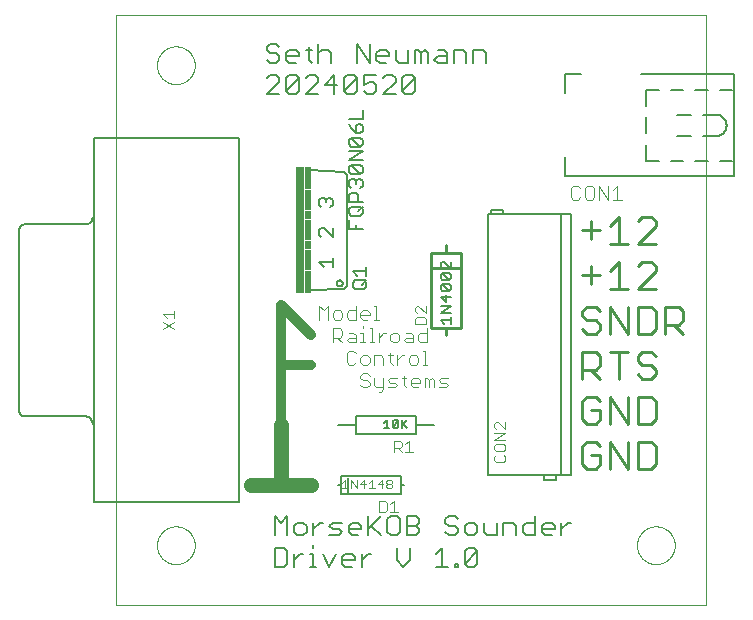
<source format=gto>
G75*
%MOIN*%
%OFA0B0*%
%FSLAX25Y25*%
%IPPOS*%
%LPD*%
%AMOC8*
5,1,8,0,0,1.08239X$1,22.5*
%
%ADD10C,0.00000*%
%ADD11C,0.00700*%
%ADD12C,0.01000*%
%ADD13C,0.00800*%
%ADD14C,0.00300*%
%ADD15C,0.00500*%
%ADD16R,0.03000X0.42000*%
%ADD17R,0.02000X0.07500*%
%ADD18R,0.02000X0.03000*%
%ADD19R,0.02000X0.07000*%
%ADD20C,0.00400*%
%ADD21C,0.05000*%
%ADD22C,0.03200*%
D10*
X0033632Y0001800D02*
X0033632Y0198650D01*
X0230483Y0198650D01*
X0230483Y0001800D01*
X0033632Y0001800D01*
X0047333Y0021800D02*
X0047335Y0021958D01*
X0047341Y0022116D01*
X0047351Y0022274D01*
X0047365Y0022432D01*
X0047383Y0022589D01*
X0047404Y0022746D01*
X0047430Y0022902D01*
X0047460Y0023058D01*
X0047493Y0023213D01*
X0047531Y0023366D01*
X0047572Y0023519D01*
X0047617Y0023671D01*
X0047666Y0023822D01*
X0047719Y0023971D01*
X0047775Y0024119D01*
X0047835Y0024265D01*
X0047899Y0024410D01*
X0047967Y0024553D01*
X0048038Y0024695D01*
X0048112Y0024835D01*
X0048190Y0024972D01*
X0048272Y0025108D01*
X0048356Y0025242D01*
X0048445Y0025373D01*
X0048536Y0025502D01*
X0048631Y0025629D01*
X0048728Y0025754D01*
X0048829Y0025876D01*
X0048933Y0025995D01*
X0049040Y0026112D01*
X0049150Y0026226D01*
X0049263Y0026337D01*
X0049378Y0026446D01*
X0049496Y0026551D01*
X0049617Y0026653D01*
X0049740Y0026753D01*
X0049866Y0026849D01*
X0049994Y0026942D01*
X0050124Y0027032D01*
X0050257Y0027118D01*
X0050392Y0027202D01*
X0050528Y0027281D01*
X0050667Y0027358D01*
X0050808Y0027430D01*
X0050950Y0027500D01*
X0051094Y0027565D01*
X0051240Y0027627D01*
X0051387Y0027685D01*
X0051536Y0027740D01*
X0051686Y0027791D01*
X0051837Y0027838D01*
X0051989Y0027881D01*
X0052142Y0027920D01*
X0052297Y0027956D01*
X0052452Y0027987D01*
X0052608Y0028015D01*
X0052764Y0028039D01*
X0052921Y0028059D01*
X0053079Y0028075D01*
X0053236Y0028087D01*
X0053395Y0028095D01*
X0053553Y0028099D01*
X0053711Y0028099D01*
X0053869Y0028095D01*
X0054028Y0028087D01*
X0054185Y0028075D01*
X0054343Y0028059D01*
X0054500Y0028039D01*
X0054656Y0028015D01*
X0054812Y0027987D01*
X0054967Y0027956D01*
X0055122Y0027920D01*
X0055275Y0027881D01*
X0055427Y0027838D01*
X0055578Y0027791D01*
X0055728Y0027740D01*
X0055877Y0027685D01*
X0056024Y0027627D01*
X0056170Y0027565D01*
X0056314Y0027500D01*
X0056456Y0027430D01*
X0056597Y0027358D01*
X0056736Y0027281D01*
X0056872Y0027202D01*
X0057007Y0027118D01*
X0057140Y0027032D01*
X0057270Y0026942D01*
X0057398Y0026849D01*
X0057524Y0026753D01*
X0057647Y0026653D01*
X0057768Y0026551D01*
X0057886Y0026446D01*
X0058001Y0026337D01*
X0058114Y0026226D01*
X0058224Y0026112D01*
X0058331Y0025995D01*
X0058435Y0025876D01*
X0058536Y0025754D01*
X0058633Y0025629D01*
X0058728Y0025502D01*
X0058819Y0025373D01*
X0058908Y0025242D01*
X0058992Y0025108D01*
X0059074Y0024972D01*
X0059152Y0024835D01*
X0059226Y0024695D01*
X0059297Y0024553D01*
X0059365Y0024410D01*
X0059429Y0024265D01*
X0059489Y0024119D01*
X0059545Y0023971D01*
X0059598Y0023822D01*
X0059647Y0023671D01*
X0059692Y0023519D01*
X0059733Y0023366D01*
X0059771Y0023213D01*
X0059804Y0023058D01*
X0059834Y0022902D01*
X0059860Y0022746D01*
X0059881Y0022589D01*
X0059899Y0022432D01*
X0059913Y0022274D01*
X0059923Y0022116D01*
X0059929Y0021958D01*
X0059931Y0021800D01*
X0059929Y0021642D01*
X0059923Y0021484D01*
X0059913Y0021326D01*
X0059899Y0021168D01*
X0059881Y0021011D01*
X0059860Y0020854D01*
X0059834Y0020698D01*
X0059804Y0020542D01*
X0059771Y0020387D01*
X0059733Y0020234D01*
X0059692Y0020081D01*
X0059647Y0019929D01*
X0059598Y0019778D01*
X0059545Y0019629D01*
X0059489Y0019481D01*
X0059429Y0019335D01*
X0059365Y0019190D01*
X0059297Y0019047D01*
X0059226Y0018905D01*
X0059152Y0018765D01*
X0059074Y0018628D01*
X0058992Y0018492D01*
X0058908Y0018358D01*
X0058819Y0018227D01*
X0058728Y0018098D01*
X0058633Y0017971D01*
X0058536Y0017846D01*
X0058435Y0017724D01*
X0058331Y0017605D01*
X0058224Y0017488D01*
X0058114Y0017374D01*
X0058001Y0017263D01*
X0057886Y0017154D01*
X0057768Y0017049D01*
X0057647Y0016947D01*
X0057524Y0016847D01*
X0057398Y0016751D01*
X0057270Y0016658D01*
X0057140Y0016568D01*
X0057007Y0016482D01*
X0056872Y0016398D01*
X0056736Y0016319D01*
X0056597Y0016242D01*
X0056456Y0016170D01*
X0056314Y0016100D01*
X0056170Y0016035D01*
X0056024Y0015973D01*
X0055877Y0015915D01*
X0055728Y0015860D01*
X0055578Y0015809D01*
X0055427Y0015762D01*
X0055275Y0015719D01*
X0055122Y0015680D01*
X0054967Y0015644D01*
X0054812Y0015613D01*
X0054656Y0015585D01*
X0054500Y0015561D01*
X0054343Y0015541D01*
X0054185Y0015525D01*
X0054028Y0015513D01*
X0053869Y0015505D01*
X0053711Y0015501D01*
X0053553Y0015501D01*
X0053395Y0015505D01*
X0053236Y0015513D01*
X0053079Y0015525D01*
X0052921Y0015541D01*
X0052764Y0015561D01*
X0052608Y0015585D01*
X0052452Y0015613D01*
X0052297Y0015644D01*
X0052142Y0015680D01*
X0051989Y0015719D01*
X0051837Y0015762D01*
X0051686Y0015809D01*
X0051536Y0015860D01*
X0051387Y0015915D01*
X0051240Y0015973D01*
X0051094Y0016035D01*
X0050950Y0016100D01*
X0050808Y0016170D01*
X0050667Y0016242D01*
X0050528Y0016319D01*
X0050392Y0016398D01*
X0050257Y0016482D01*
X0050124Y0016568D01*
X0049994Y0016658D01*
X0049866Y0016751D01*
X0049740Y0016847D01*
X0049617Y0016947D01*
X0049496Y0017049D01*
X0049378Y0017154D01*
X0049263Y0017263D01*
X0049150Y0017374D01*
X0049040Y0017488D01*
X0048933Y0017605D01*
X0048829Y0017724D01*
X0048728Y0017846D01*
X0048631Y0017971D01*
X0048536Y0018098D01*
X0048445Y0018227D01*
X0048356Y0018358D01*
X0048272Y0018492D01*
X0048190Y0018628D01*
X0048112Y0018765D01*
X0048038Y0018905D01*
X0047967Y0019047D01*
X0047899Y0019190D01*
X0047835Y0019335D01*
X0047775Y0019481D01*
X0047719Y0019629D01*
X0047666Y0019778D01*
X0047617Y0019929D01*
X0047572Y0020081D01*
X0047531Y0020234D01*
X0047493Y0020387D01*
X0047460Y0020542D01*
X0047430Y0020698D01*
X0047404Y0020854D01*
X0047383Y0021011D01*
X0047365Y0021168D01*
X0047351Y0021326D01*
X0047341Y0021484D01*
X0047335Y0021642D01*
X0047333Y0021800D01*
X0207333Y0021800D02*
X0207335Y0021958D01*
X0207341Y0022116D01*
X0207351Y0022274D01*
X0207365Y0022432D01*
X0207383Y0022589D01*
X0207404Y0022746D01*
X0207430Y0022902D01*
X0207460Y0023058D01*
X0207493Y0023213D01*
X0207531Y0023366D01*
X0207572Y0023519D01*
X0207617Y0023671D01*
X0207666Y0023822D01*
X0207719Y0023971D01*
X0207775Y0024119D01*
X0207835Y0024265D01*
X0207899Y0024410D01*
X0207967Y0024553D01*
X0208038Y0024695D01*
X0208112Y0024835D01*
X0208190Y0024972D01*
X0208272Y0025108D01*
X0208356Y0025242D01*
X0208445Y0025373D01*
X0208536Y0025502D01*
X0208631Y0025629D01*
X0208728Y0025754D01*
X0208829Y0025876D01*
X0208933Y0025995D01*
X0209040Y0026112D01*
X0209150Y0026226D01*
X0209263Y0026337D01*
X0209378Y0026446D01*
X0209496Y0026551D01*
X0209617Y0026653D01*
X0209740Y0026753D01*
X0209866Y0026849D01*
X0209994Y0026942D01*
X0210124Y0027032D01*
X0210257Y0027118D01*
X0210392Y0027202D01*
X0210528Y0027281D01*
X0210667Y0027358D01*
X0210808Y0027430D01*
X0210950Y0027500D01*
X0211094Y0027565D01*
X0211240Y0027627D01*
X0211387Y0027685D01*
X0211536Y0027740D01*
X0211686Y0027791D01*
X0211837Y0027838D01*
X0211989Y0027881D01*
X0212142Y0027920D01*
X0212297Y0027956D01*
X0212452Y0027987D01*
X0212608Y0028015D01*
X0212764Y0028039D01*
X0212921Y0028059D01*
X0213079Y0028075D01*
X0213236Y0028087D01*
X0213395Y0028095D01*
X0213553Y0028099D01*
X0213711Y0028099D01*
X0213869Y0028095D01*
X0214028Y0028087D01*
X0214185Y0028075D01*
X0214343Y0028059D01*
X0214500Y0028039D01*
X0214656Y0028015D01*
X0214812Y0027987D01*
X0214967Y0027956D01*
X0215122Y0027920D01*
X0215275Y0027881D01*
X0215427Y0027838D01*
X0215578Y0027791D01*
X0215728Y0027740D01*
X0215877Y0027685D01*
X0216024Y0027627D01*
X0216170Y0027565D01*
X0216314Y0027500D01*
X0216456Y0027430D01*
X0216597Y0027358D01*
X0216736Y0027281D01*
X0216872Y0027202D01*
X0217007Y0027118D01*
X0217140Y0027032D01*
X0217270Y0026942D01*
X0217398Y0026849D01*
X0217524Y0026753D01*
X0217647Y0026653D01*
X0217768Y0026551D01*
X0217886Y0026446D01*
X0218001Y0026337D01*
X0218114Y0026226D01*
X0218224Y0026112D01*
X0218331Y0025995D01*
X0218435Y0025876D01*
X0218536Y0025754D01*
X0218633Y0025629D01*
X0218728Y0025502D01*
X0218819Y0025373D01*
X0218908Y0025242D01*
X0218992Y0025108D01*
X0219074Y0024972D01*
X0219152Y0024835D01*
X0219226Y0024695D01*
X0219297Y0024553D01*
X0219365Y0024410D01*
X0219429Y0024265D01*
X0219489Y0024119D01*
X0219545Y0023971D01*
X0219598Y0023822D01*
X0219647Y0023671D01*
X0219692Y0023519D01*
X0219733Y0023366D01*
X0219771Y0023213D01*
X0219804Y0023058D01*
X0219834Y0022902D01*
X0219860Y0022746D01*
X0219881Y0022589D01*
X0219899Y0022432D01*
X0219913Y0022274D01*
X0219923Y0022116D01*
X0219929Y0021958D01*
X0219931Y0021800D01*
X0219929Y0021642D01*
X0219923Y0021484D01*
X0219913Y0021326D01*
X0219899Y0021168D01*
X0219881Y0021011D01*
X0219860Y0020854D01*
X0219834Y0020698D01*
X0219804Y0020542D01*
X0219771Y0020387D01*
X0219733Y0020234D01*
X0219692Y0020081D01*
X0219647Y0019929D01*
X0219598Y0019778D01*
X0219545Y0019629D01*
X0219489Y0019481D01*
X0219429Y0019335D01*
X0219365Y0019190D01*
X0219297Y0019047D01*
X0219226Y0018905D01*
X0219152Y0018765D01*
X0219074Y0018628D01*
X0218992Y0018492D01*
X0218908Y0018358D01*
X0218819Y0018227D01*
X0218728Y0018098D01*
X0218633Y0017971D01*
X0218536Y0017846D01*
X0218435Y0017724D01*
X0218331Y0017605D01*
X0218224Y0017488D01*
X0218114Y0017374D01*
X0218001Y0017263D01*
X0217886Y0017154D01*
X0217768Y0017049D01*
X0217647Y0016947D01*
X0217524Y0016847D01*
X0217398Y0016751D01*
X0217270Y0016658D01*
X0217140Y0016568D01*
X0217007Y0016482D01*
X0216872Y0016398D01*
X0216736Y0016319D01*
X0216597Y0016242D01*
X0216456Y0016170D01*
X0216314Y0016100D01*
X0216170Y0016035D01*
X0216024Y0015973D01*
X0215877Y0015915D01*
X0215728Y0015860D01*
X0215578Y0015809D01*
X0215427Y0015762D01*
X0215275Y0015719D01*
X0215122Y0015680D01*
X0214967Y0015644D01*
X0214812Y0015613D01*
X0214656Y0015585D01*
X0214500Y0015561D01*
X0214343Y0015541D01*
X0214185Y0015525D01*
X0214028Y0015513D01*
X0213869Y0015505D01*
X0213711Y0015501D01*
X0213553Y0015501D01*
X0213395Y0015505D01*
X0213236Y0015513D01*
X0213079Y0015525D01*
X0212921Y0015541D01*
X0212764Y0015561D01*
X0212608Y0015585D01*
X0212452Y0015613D01*
X0212297Y0015644D01*
X0212142Y0015680D01*
X0211989Y0015719D01*
X0211837Y0015762D01*
X0211686Y0015809D01*
X0211536Y0015860D01*
X0211387Y0015915D01*
X0211240Y0015973D01*
X0211094Y0016035D01*
X0210950Y0016100D01*
X0210808Y0016170D01*
X0210667Y0016242D01*
X0210528Y0016319D01*
X0210392Y0016398D01*
X0210257Y0016482D01*
X0210124Y0016568D01*
X0209994Y0016658D01*
X0209866Y0016751D01*
X0209740Y0016847D01*
X0209617Y0016947D01*
X0209496Y0017049D01*
X0209378Y0017154D01*
X0209263Y0017263D01*
X0209150Y0017374D01*
X0209040Y0017488D01*
X0208933Y0017605D01*
X0208829Y0017724D01*
X0208728Y0017846D01*
X0208631Y0017971D01*
X0208536Y0018098D01*
X0208445Y0018227D01*
X0208356Y0018358D01*
X0208272Y0018492D01*
X0208190Y0018628D01*
X0208112Y0018765D01*
X0208038Y0018905D01*
X0207967Y0019047D01*
X0207899Y0019190D01*
X0207835Y0019335D01*
X0207775Y0019481D01*
X0207719Y0019629D01*
X0207666Y0019778D01*
X0207617Y0019929D01*
X0207572Y0020081D01*
X0207531Y0020234D01*
X0207493Y0020387D01*
X0207460Y0020542D01*
X0207430Y0020698D01*
X0207404Y0020854D01*
X0207383Y0021011D01*
X0207365Y0021168D01*
X0207351Y0021326D01*
X0207341Y0021484D01*
X0207335Y0021642D01*
X0207333Y0021800D01*
X0047333Y0181800D02*
X0047335Y0181958D01*
X0047341Y0182116D01*
X0047351Y0182274D01*
X0047365Y0182432D01*
X0047383Y0182589D01*
X0047404Y0182746D01*
X0047430Y0182902D01*
X0047460Y0183058D01*
X0047493Y0183213D01*
X0047531Y0183366D01*
X0047572Y0183519D01*
X0047617Y0183671D01*
X0047666Y0183822D01*
X0047719Y0183971D01*
X0047775Y0184119D01*
X0047835Y0184265D01*
X0047899Y0184410D01*
X0047967Y0184553D01*
X0048038Y0184695D01*
X0048112Y0184835D01*
X0048190Y0184972D01*
X0048272Y0185108D01*
X0048356Y0185242D01*
X0048445Y0185373D01*
X0048536Y0185502D01*
X0048631Y0185629D01*
X0048728Y0185754D01*
X0048829Y0185876D01*
X0048933Y0185995D01*
X0049040Y0186112D01*
X0049150Y0186226D01*
X0049263Y0186337D01*
X0049378Y0186446D01*
X0049496Y0186551D01*
X0049617Y0186653D01*
X0049740Y0186753D01*
X0049866Y0186849D01*
X0049994Y0186942D01*
X0050124Y0187032D01*
X0050257Y0187118D01*
X0050392Y0187202D01*
X0050528Y0187281D01*
X0050667Y0187358D01*
X0050808Y0187430D01*
X0050950Y0187500D01*
X0051094Y0187565D01*
X0051240Y0187627D01*
X0051387Y0187685D01*
X0051536Y0187740D01*
X0051686Y0187791D01*
X0051837Y0187838D01*
X0051989Y0187881D01*
X0052142Y0187920D01*
X0052297Y0187956D01*
X0052452Y0187987D01*
X0052608Y0188015D01*
X0052764Y0188039D01*
X0052921Y0188059D01*
X0053079Y0188075D01*
X0053236Y0188087D01*
X0053395Y0188095D01*
X0053553Y0188099D01*
X0053711Y0188099D01*
X0053869Y0188095D01*
X0054028Y0188087D01*
X0054185Y0188075D01*
X0054343Y0188059D01*
X0054500Y0188039D01*
X0054656Y0188015D01*
X0054812Y0187987D01*
X0054967Y0187956D01*
X0055122Y0187920D01*
X0055275Y0187881D01*
X0055427Y0187838D01*
X0055578Y0187791D01*
X0055728Y0187740D01*
X0055877Y0187685D01*
X0056024Y0187627D01*
X0056170Y0187565D01*
X0056314Y0187500D01*
X0056456Y0187430D01*
X0056597Y0187358D01*
X0056736Y0187281D01*
X0056872Y0187202D01*
X0057007Y0187118D01*
X0057140Y0187032D01*
X0057270Y0186942D01*
X0057398Y0186849D01*
X0057524Y0186753D01*
X0057647Y0186653D01*
X0057768Y0186551D01*
X0057886Y0186446D01*
X0058001Y0186337D01*
X0058114Y0186226D01*
X0058224Y0186112D01*
X0058331Y0185995D01*
X0058435Y0185876D01*
X0058536Y0185754D01*
X0058633Y0185629D01*
X0058728Y0185502D01*
X0058819Y0185373D01*
X0058908Y0185242D01*
X0058992Y0185108D01*
X0059074Y0184972D01*
X0059152Y0184835D01*
X0059226Y0184695D01*
X0059297Y0184553D01*
X0059365Y0184410D01*
X0059429Y0184265D01*
X0059489Y0184119D01*
X0059545Y0183971D01*
X0059598Y0183822D01*
X0059647Y0183671D01*
X0059692Y0183519D01*
X0059733Y0183366D01*
X0059771Y0183213D01*
X0059804Y0183058D01*
X0059834Y0182902D01*
X0059860Y0182746D01*
X0059881Y0182589D01*
X0059899Y0182432D01*
X0059913Y0182274D01*
X0059923Y0182116D01*
X0059929Y0181958D01*
X0059931Y0181800D01*
X0059929Y0181642D01*
X0059923Y0181484D01*
X0059913Y0181326D01*
X0059899Y0181168D01*
X0059881Y0181011D01*
X0059860Y0180854D01*
X0059834Y0180698D01*
X0059804Y0180542D01*
X0059771Y0180387D01*
X0059733Y0180234D01*
X0059692Y0180081D01*
X0059647Y0179929D01*
X0059598Y0179778D01*
X0059545Y0179629D01*
X0059489Y0179481D01*
X0059429Y0179335D01*
X0059365Y0179190D01*
X0059297Y0179047D01*
X0059226Y0178905D01*
X0059152Y0178765D01*
X0059074Y0178628D01*
X0058992Y0178492D01*
X0058908Y0178358D01*
X0058819Y0178227D01*
X0058728Y0178098D01*
X0058633Y0177971D01*
X0058536Y0177846D01*
X0058435Y0177724D01*
X0058331Y0177605D01*
X0058224Y0177488D01*
X0058114Y0177374D01*
X0058001Y0177263D01*
X0057886Y0177154D01*
X0057768Y0177049D01*
X0057647Y0176947D01*
X0057524Y0176847D01*
X0057398Y0176751D01*
X0057270Y0176658D01*
X0057140Y0176568D01*
X0057007Y0176482D01*
X0056872Y0176398D01*
X0056736Y0176319D01*
X0056597Y0176242D01*
X0056456Y0176170D01*
X0056314Y0176100D01*
X0056170Y0176035D01*
X0056024Y0175973D01*
X0055877Y0175915D01*
X0055728Y0175860D01*
X0055578Y0175809D01*
X0055427Y0175762D01*
X0055275Y0175719D01*
X0055122Y0175680D01*
X0054967Y0175644D01*
X0054812Y0175613D01*
X0054656Y0175585D01*
X0054500Y0175561D01*
X0054343Y0175541D01*
X0054185Y0175525D01*
X0054028Y0175513D01*
X0053869Y0175505D01*
X0053711Y0175501D01*
X0053553Y0175501D01*
X0053395Y0175505D01*
X0053236Y0175513D01*
X0053079Y0175525D01*
X0052921Y0175541D01*
X0052764Y0175561D01*
X0052608Y0175585D01*
X0052452Y0175613D01*
X0052297Y0175644D01*
X0052142Y0175680D01*
X0051989Y0175719D01*
X0051837Y0175762D01*
X0051686Y0175809D01*
X0051536Y0175860D01*
X0051387Y0175915D01*
X0051240Y0175973D01*
X0051094Y0176035D01*
X0050950Y0176100D01*
X0050808Y0176170D01*
X0050667Y0176242D01*
X0050528Y0176319D01*
X0050392Y0176398D01*
X0050257Y0176482D01*
X0050124Y0176568D01*
X0049994Y0176658D01*
X0049866Y0176751D01*
X0049740Y0176847D01*
X0049617Y0176947D01*
X0049496Y0177049D01*
X0049378Y0177154D01*
X0049263Y0177263D01*
X0049150Y0177374D01*
X0049040Y0177488D01*
X0048933Y0177605D01*
X0048829Y0177724D01*
X0048728Y0177846D01*
X0048631Y0177971D01*
X0048536Y0178098D01*
X0048445Y0178227D01*
X0048356Y0178358D01*
X0048272Y0178492D01*
X0048190Y0178628D01*
X0048112Y0178765D01*
X0048038Y0178905D01*
X0047967Y0179047D01*
X0047899Y0179190D01*
X0047835Y0179335D01*
X0047775Y0179481D01*
X0047719Y0179629D01*
X0047666Y0179778D01*
X0047617Y0179929D01*
X0047572Y0180081D01*
X0047531Y0180234D01*
X0047493Y0180387D01*
X0047460Y0180542D01*
X0047430Y0180698D01*
X0047404Y0180854D01*
X0047383Y0181011D01*
X0047365Y0181168D01*
X0047351Y0181326D01*
X0047341Y0181484D01*
X0047335Y0181642D01*
X0047333Y0181800D01*
D11*
X0083982Y0183701D02*
X0085033Y0182650D01*
X0087135Y0182650D01*
X0088186Y0183701D01*
X0088186Y0184752D01*
X0087135Y0185803D01*
X0085033Y0185803D01*
X0083982Y0186854D01*
X0083982Y0187904D01*
X0085033Y0188955D01*
X0087135Y0188955D01*
X0088186Y0187904D01*
X0090428Y0185803D02*
X0091479Y0186854D01*
X0093580Y0186854D01*
X0094631Y0185803D01*
X0094631Y0184752D01*
X0090428Y0184752D01*
X0090428Y0183701D02*
X0090428Y0185803D01*
X0090428Y0183701D02*
X0091479Y0182650D01*
X0093580Y0182650D01*
X0093580Y0178455D02*
X0091479Y0178455D01*
X0090428Y0177404D01*
X0090428Y0173201D01*
X0094631Y0177404D01*
X0094631Y0173201D01*
X0093580Y0172150D01*
X0091479Y0172150D01*
X0090428Y0173201D01*
X0088186Y0172150D02*
X0083982Y0172150D01*
X0088186Y0176354D01*
X0088186Y0177404D01*
X0087135Y0178455D01*
X0085033Y0178455D01*
X0083982Y0177404D01*
X0093580Y0178455D02*
X0094631Y0177404D01*
X0096873Y0177404D02*
X0097924Y0178455D01*
X0100026Y0178455D01*
X0101077Y0177404D01*
X0101077Y0176354D01*
X0096873Y0172150D01*
X0101077Y0172150D01*
X0103319Y0175303D02*
X0107522Y0175303D01*
X0109764Y0177404D02*
X0109764Y0173201D01*
X0113968Y0177404D01*
X0113968Y0173201D01*
X0112917Y0172150D01*
X0110815Y0172150D01*
X0109764Y0173201D01*
X0106471Y0172150D02*
X0106471Y0178455D01*
X0103319Y0175303D01*
X0109764Y0177404D02*
X0110815Y0178455D01*
X0112917Y0178455D01*
X0113968Y0177404D01*
X0116210Y0178455D02*
X0116210Y0175303D01*
X0118312Y0176354D01*
X0119362Y0176354D01*
X0120413Y0175303D01*
X0120413Y0173201D01*
X0119362Y0172150D01*
X0117261Y0172150D01*
X0116210Y0173201D01*
X0122655Y0172150D02*
X0126859Y0176354D01*
X0126859Y0177404D01*
X0125808Y0178455D01*
X0123706Y0178455D01*
X0122655Y0177404D01*
X0120413Y0178455D02*
X0116210Y0178455D01*
X0118265Y0182650D02*
X0118265Y0188955D01*
X0120507Y0185803D02*
X0121558Y0186854D01*
X0123659Y0186854D01*
X0124710Y0185803D01*
X0124710Y0184752D01*
X0120507Y0184752D01*
X0120507Y0183701D02*
X0120507Y0185803D01*
X0120507Y0183701D02*
X0121558Y0182650D01*
X0123659Y0182650D01*
X0126952Y0183701D02*
X0128003Y0182650D01*
X0131156Y0182650D01*
X0131156Y0186854D01*
X0133398Y0186854D02*
X0134449Y0186854D01*
X0135500Y0185803D01*
X0136550Y0186854D01*
X0137601Y0185803D01*
X0137601Y0182650D01*
X0135500Y0182650D02*
X0135500Y0185803D01*
X0133398Y0186854D02*
X0133398Y0182650D01*
X0132253Y0178455D02*
X0133304Y0177404D01*
X0129101Y0173201D01*
X0130152Y0172150D01*
X0132253Y0172150D01*
X0133304Y0173201D01*
X0133304Y0177404D01*
X0132253Y0178455D02*
X0130152Y0178455D01*
X0129101Y0177404D01*
X0129101Y0173201D01*
X0126859Y0172150D02*
X0122655Y0172150D01*
X0118265Y0182650D02*
X0114061Y0188955D01*
X0114061Y0182650D01*
X0105374Y0182650D02*
X0105374Y0185803D01*
X0104323Y0186854D01*
X0102221Y0186854D01*
X0101170Y0185803D01*
X0098975Y0186854D02*
X0096873Y0186854D01*
X0097924Y0187904D02*
X0097924Y0183701D01*
X0098975Y0182650D01*
X0101170Y0182650D02*
X0101170Y0188955D01*
X0126952Y0186854D02*
X0126952Y0183701D01*
X0139843Y0183701D02*
X0140894Y0182650D01*
X0144047Y0182650D01*
X0144047Y0185803D01*
X0142996Y0186854D01*
X0140894Y0186854D01*
X0140894Y0184752D02*
X0144047Y0184752D01*
X0146289Y0182650D02*
X0146289Y0186854D01*
X0149441Y0186854D01*
X0150492Y0185803D01*
X0150492Y0182650D01*
X0152734Y0182650D02*
X0152734Y0186854D01*
X0155887Y0186854D01*
X0156938Y0185803D01*
X0156938Y0182650D01*
X0140894Y0184752D02*
X0139843Y0183701D01*
X0144543Y0031455D02*
X0143492Y0030404D01*
X0143492Y0029354D01*
X0144543Y0028303D01*
X0146645Y0028303D01*
X0147696Y0027252D01*
X0147696Y0026201D01*
X0146645Y0025150D01*
X0144543Y0025150D01*
X0143492Y0026201D01*
X0144543Y0031455D02*
X0146645Y0031455D01*
X0147696Y0030404D01*
X0149938Y0028303D02*
X0149938Y0026201D01*
X0150989Y0025150D01*
X0153091Y0025150D01*
X0154141Y0026201D01*
X0154141Y0028303D01*
X0153091Y0029354D01*
X0150989Y0029354D01*
X0149938Y0028303D01*
X0156383Y0029354D02*
X0156383Y0026201D01*
X0157434Y0025150D01*
X0160587Y0025150D01*
X0160587Y0029354D01*
X0162829Y0029354D02*
X0165982Y0029354D01*
X0167032Y0028303D01*
X0167032Y0025150D01*
X0169274Y0026201D02*
X0169274Y0028303D01*
X0170325Y0029354D01*
X0173478Y0029354D01*
X0173478Y0031455D02*
X0173478Y0025150D01*
X0170325Y0025150D01*
X0169274Y0026201D01*
X0175720Y0026201D02*
X0175720Y0028303D01*
X0176771Y0029354D01*
X0178873Y0029354D01*
X0179923Y0028303D01*
X0179923Y0027252D01*
X0175720Y0027252D01*
X0175720Y0026201D02*
X0176771Y0025150D01*
X0178873Y0025150D01*
X0182165Y0025150D02*
X0182165Y0029354D01*
X0182165Y0027252D02*
X0184267Y0029354D01*
X0185318Y0029354D01*
X0162829Y0029354D02*
X0162829Y0025150D01*
X0154141Y0019904D02*
X0149938Y0015701D01*
X0150989Y0014650D01*
X0153091Y0014650D01*
X0154141Y0015701D01*
X0154141Y0019904D01*
X0153091Y0020955D01*
X0150989Y0020955D01*
X0149938Y0019904D01*
X0149938Y0015701D01*
X0147766Y0015701D02*
X0147766Y0014650D01*
X0146715Y0014650D01*
X0146715Y0015701D01*
X0147766Y0015701D01*
X0144473Y0014650D02*
X0140270Y0014650D01*
X0142371Y0014650D02*
X0142371Y0020955D01*
X0140270Y0018854D01*
X0133754Y0025150D02*
X0130601Y0025150D01*
X0130601Y0031455D01*
X0133754Y0031455D01*
X0134805Y0030404D01*
X0134805Y0029354D01*
X0133754Y0028303D01*
X0130601Y0028303D01*
X0128359Y0030404D02*
X0128359Y0026201D01*
X0127309Y0025150D01*
X0125207Y0025150D01*
X0124156Y0026201D01*
X0124156Y0030404D01*
X0125207Y0031455D01*
X0127309Y0031455D01*
X0128359Y0030404D01*
X0133754Y0028303D02*
X0134805Y0027252D01*
X0134805Y0026201D01*
X0133754Y0025150D01*
X0131582Y0020955D02*
X0131582Y0016752D01*
X0129480Y0014650D01*
X0127379Y0016752D01*
X0127379Y0020955D01*
X0121914Y0025150D02*
X0118761Y0028303D01*
X0117710Y0027252D02*
X0121914Y0031455D01*
X0117710Y0031455D02*
X0117710Y0025150D01*
X0115468Y0027252D02*
X0111265Y0027252D01*
X0111265Y0026201D02*
X0111265Y0028303D01*
X0112316Y0029354D01*
X0114418Y0029354D01*
X0115468Y0028303D01*
X0115468Y0027252D01*
X0114418Y0025150D02*
X0112316Y0025150D01*
X0111265Y0026201D01*
X0109023Y0026201D02*
X0107972Y0027252D01*
X0105870Y0027252D01*
X0104819Y0028303D01*
X0105870Y0029354D01*
X0109023Y0029354D01*
X0109023Y0026201D02*
X0107972Y0025150D01*
X0104819Y0025150D01*
X0102601Y0029354D02*
X0101550Y0029354D01*
X0099448Y0027252D01*
X0099448Y0025150D02*
X0099448Y0029354D01*
X0097206Y0028303D02*
X0097206Y0026201D01*
X0096155Y0025150D01*
X0094054Y0025150D01*
X0093003Y0026201D01*
X0093003Y0028303D01*
X0094054Y0029354D01*
X0096155Y0029354D01*
X0097206Y0028303D01*
X0099425Y0022006D02*
X0099425Y0020955D01*
X0099425Y0018854D02*
X0098374Y0018854D01*
X0099425Y0018854D02*
X0099425Y0014650D01*
X0098374Y0014650D02*
X0100476Y0014650D01*
X0104773Y0014650D02*
X0102671Y0018854D01*
X0106874Y0018854D02*
X0104773Y0014650D01*
X0109116Y0015701D02*
X0109116Y0017803D01*
X0110167Y0018854D01*
X0112269Y0018854D01*
X0113320Y0017803D01*
X0113320Y0016752D01*
X0109116Y0016752D01*
X0109116Y0015701D02*
X0110167Y0014650D01*
X0112269Y0014650D01*
X0115562Y0014650D02*
X0115562Y0018854D01*
X0115562Y0016752D02*
X0117664Y0018854D01*
X0118715Y0018854D01*
X0096155Y0018854D02*
X0095104Y0018854D01*
X0093003Y0016752D01*
X0093003Y0014650D02*
X0093003Y0018854D01*
X0090761Y0019904D02*
X0089710Y0020955D01*
X0086557Y0020955D01*
X0086557Y0014650D01*
X0089710Y0014650D01*
X0090761Y0015701D01*
X0090761Y0019904D01*
X0090761Y0025150D02*
X0090761Y0031455D01*
X0088659Y0029354D01*
X0086557Y0031455D01*
X0086557Y0025150D01*
D12*
X0143632Y0091800D02*
X0143632Y0094300D01*
X0148632Y0094300D01*
X0148632Y0114300D01*
X0138632Y0114300D01*
X0138632Y0094300D01*
X0143632Y0094300D01*
X0138632Y0114300D02*
X0138632Y0119300D01*
X0143632Y0119300D01*
X0143632Y0121800D01*
X0143632Y0119300D02*
X0148632Y0119300D01*
X0148632Y0114300D01*
X0189132Y0111804D02*
X0195137Y0111804D01*
X0192135Y0114806D02*
X0192135Y0108801D01*
X0198340Y0107300D02*
X0204345Y0107300D01*
X0201343Y0107300D02*
X0201343Y0116308D01*
X0198340Y0113305D01*
X0207548Y0114806D02*
X0209049Y0116308D01*
X0212052Y0116308D01*
X0213553Y0114806D01*
X0213553Y0113305D01*
X0207548Y0107300D01*
X0213553Y0107300D01*
X0212052Y0101308D02*
X0207548Y0101308D01*
X0207548Y0092300D01*
X0212052Y0092300D01*
X0213553Y0093801D01*
X0213553Y0099806D01*
X0212052Y0101308D01*
X0216756Y0101308D02*
X0221260Y0101308D01*
X0222761Y0099806D01*
X0222761Y0096804D01*
X0221260Y0095303D01*
X0216756Y0095303D01*
X0216756Y0092300D02*
X0216756Y0101308D01*
X0219758Y0095303D02*
X0222761Y0092300D01*
X0213553Y0084806D02*
X0212052Y0086308D01*
X0209049Y0086308D01*
X0207548Y0084806D01*
X0207548Y0083305D01*
X0209049Y0081804D01*
X0212052Y0081804D01*
X0213553Y0080303D01*
X0213553Y0078801D01*
X0212052Y0077300D01*
X0209049Y0077300D01*
X0207548Y0078801D01*
X0201343Y0077300D02*
X0201343Y0086308D01*
X0204345Y0086308D02*
X0198340Y0086308D01*
X0195137Y0084806D02*
X0195137Y0081804D01*
X0193636Y0080303D01*
X0189132Y0080303D01*
X0192135Y0080303D02*
X0195137Y0077300D01*
X0189132Y0077300D02*
X0189132Y0086308D01*
X0193636Y0086308D01*
X0195137Y0084806D01*
X0193636Y0092300D02*
X0190634Y0092300D01*
X0189132Y0093801D01*
X0190634Y0096804D02*
X0193636Y0096804D01*
X0195137Y0095303D01*
X0195137Y0093801D01*
X0193636Y0092300D01*
X0198340Y0092300D02*
X0198340Y0101308D01*
X0204345Y0092300D01*
X0204345Y0101308D01*
X0195137Y0099806D02*
X0193636Y0101308D01*
X0190634Y0101308D01*
X0189132Y0099806D01*
X0189132Y0098305D01*
X0190634Y0096804D01*
X0190634Y0071308D02*
X0189132Y0069806D01*
X0189132Y0063801D01*
X0190634Y0062300D01*
X0193636Y0062300D01*
X0195137Y0063801D01*
X0195137Y0066804D01*
X0192135Y0066804D01*
X0195137Y0069806D02*
X0193636Y0071308D01*
X0190634Y0071308D01*
X0198340Y0071308D02*
X0204345Y0062300D01*
X0204345Y0071308D01*
X0207548Y0071308D02*
X0212052Y0071308D01*
X0213553Y0069806D01*
X0213553Y0063801D01*
X0212052Y0062300D01*
X0207548Y0062300D01*
X0207548Y0071308D01*
X0198340Y0071308D02*
X0198340Y0062300D01*
X0198340Y0056308D02*
X0204345Y0047300D01*
X0204345Y0056308D01*
X0207548Y0056308D02*
X0212052Y0056308D01*
X0213553Y0054806D01*
X0213553Y0048801D01*
X0212052Y0047300D01*
X0207548Y0047300D01*
X0207548Y0056308D01*
X0198340Y0056308D02*
X0198340Y0047300D01*
X0195137Y0048801D02*
X0195137Y0051804D01*
X0192135Y0051804D01*
X0189132Y0054806D02*
X0189132Y0048801D01*
X0190634Y0047300D01*
X0193636Y0047300D01*
X0195137Y0048801D01*
X0195137Y0054806D02*
X0193636Y0056308D01*
X0190634Y0056308D01*
X0189132Y0054806D01*
X0198340Y0122300D02*
X0204345Y0122300D01*
X0201343Y0122300D02*
X0201343Y0131308D01*
X0198340Y0128305D01*
X0195137Y0126804D02*
X0189132Y0126804D01*
X0192135Y0129806D02*
X0192135Y0123801D01*
X0207548Y0122300D02*
X0213553Y0128305D01*
X0213553Y0129806D01*
X0212052Y0131308D01*
X0209049Y0131308D01*
X0207548Y0129806D01*
X0207548Y0122300D02*
X0213553Y0122300D01*
D13*
X0239577Y0144871D02*
X0239577Y0178729D01*
X0208632Y0178729D01*
X0210443Y0173611D02*
X0210443Y0168362D01*
X0210443Y0164425D02*
X0210443Y0159175D01*
X0210443Y0155238D02*
X0210443Y0149989D01*
X0214651Y0149989D01*
X0218588Y0149989D02*
X0222796Y0149989D01*
X0226733Y0149989D02*
X0230940Y0149989D01*
X0234877Y0149989D02*
X0239085Y0149989D01*
X0239577Y0144871D02*
X0183278Y0144871D01*
X0183278Y0151170D01*
X0182156Y0132095D02*
X0182156Y0045245D01*
X0157746Y0045245D01*
X0157746Y0132095D01*
X0182156Y0132095D01*
X0185306Y0132095D01*
X0185306Y0045245D01*
X0182156Y0045245D01*
X0180384Y0045245D02*
X0180384Y0043670D01*
X0176447Y0043670D01*
X0176447Y0045245D01*
X0139632Y0061800D02*
X0133632Y0061800D01*
X0133632Y0058800D01*
X0113632Y0058800D01*
X0113632Y0061800D01*
X0107632Y0061800D01*
X0113632Y0061800D02*
X0113632Y0064800D01*
X0133632Y0064800D01*
X0133632Y0061800D01*
X0128632Y0044800D02*
X0128632Y0041800D01*
X0129632Y0041800D01*
X0128632Y0041800D02*
X0128632Y0038800D01*
X0108632Y0038800D01*
X0108632Y0041800D01*
X0107632Y0041800D01*
X0108632Y0041800D02*
X0108632Y0044800D01*
X0128632Y0044800D01*
X0111132Y0044300D02*
X0111132Y0039300D01*
X0074656Y0036170D02*
X0074656Y0157430D01*
X0053632Y0157430D01*
X0026231Y0157430D01*
X0026231Y0036170D01*
X0053622Y0036170D01*
X0053632Y0036170D02*
X0074656Y0036170D01*
X0025900Y0062300D02*
X0025898Y0062398D01*
X0025892Y0062496D01*
X0025883Y0062594D01*
X0025869Y0062691D01*
X0025852Y0062788D01*
X0025831Y0062884D01*
X0025806Y0062979D01*
X0025778Y0063073D01*
X0025745Y0063165D01*
X0025710Y0063257D01*
X0025670Y0063347D01*
X0025628Y0063435D01*
X0025581Y0063522D01*
X0025532Y0063606D01*
X0025479Y0063689D01*
X0025423Y0063769D01*
X0025363Y0063848D01*
X0025301Y0063924D01*
X0025236Y0063997D01*
X0025168Y0064068D01*
X0025097Y0064136D01*
X0025024Y0064201D01*
X0024948Y0064263D01*
X0024869Y0064323D01*
X0024789Y0064379D01*
X0024706Y0064432D01*
X0024622Y0064481D01*
X0024535Y0064528D01*
X0024447Y0064570D01*
X0024357Y0064610D01*
X0024265Y0064645D01*
X0024173Y0064678D01*
X0024079Y0064706D01*
X0023984Y0064731D01*
X0023888Y0064752D01*
X0023791Y0064769D01*
X0023694Y0064783D01*
X0023596Y0064792D01*
X0023498Y0064798D01*
X0023400Y0064800D01*
X0003400Y0064800D01*
X0003313Y0064802D01*
X0003226Y0064808D01*
X0003139Y0064817D01*
X0003053Y0064830D01*
X0002967Y0064847D01*
X0002882Y0064868D01*
X0002799Y0064893D01*
X0002716Y0064921D01*
X0002635Y0064952D01*
X0002555Y0064987D01*
X0002477Y0065026D01*
X0002400Y0065068D01*
X0002325Y0065113D01*
X0002253Y0065162D01*
X0002182Y0065213D01*
X0002114Y0065268D01*
X0002049Y0065325D01*
X0001986Y0065386D01*
X0001925Y0065449D01*
X0001868Y0065514D01*
X0001813Y0065582D01*
X0001762Y0065653D01*
X0001713Y0065725D01*
X0001668Y0065800D01*
X0001626Y0065877D01*
X0001587Y0065955D01*
X0001552Y0066035D01*
X0001521Y0066116D01*
X0001493Y0066199D01*
X0001468Y0066282D01*
X0001447Y0066367D01*
X0001430Y0066453D01*
X0001417Y0066539D01*
X0001408Y0066626D01*
X0001402Y0066713D01*
X0001400Y0066800D01*
X0001400Y0126800D01*
X0001402Y0126887D01*
X0001408Y0126974D01*
X0001417Y0127061D01*
X0001430Y0127147D01*
X0001447Y0127233D01*
X0001468Y0127318D01*
X0001493Y0127401D01*
X0001521Y0127484D01*
X0001552Y0127565D01*
X0001587Y0127645D01*
X0001626Y0127723D01*
X0001668Y0127800D01*
X0001713Y0127875D01*
X0001762Y0127947D01*
X0001813Y0128018D01*
X0001868Y0128086D01*
X0001925Y0128151D01*
X0001986Y0128214D01*
X0002049Y0128275D01*
X0002114Y0128332D01*
X0002182Y0128387D01*
X0002253Y0128438D01*
X0002325Y0128487D01*
X0002400Y0128532D01*
X0002477Y0128574D01*
X0002555Y0128613D01*
X0002635Y0128648D01*
X0002716Y0128679D01*
X0002799Y0128707D01*
X0002882Y0128732D01*
X0002967Y0128753D01*
X0003053Y0128770D01*
X0003139Y0128783D01*
X0003226Y0128792D01*
X0003313Y0128798D01*
X0003400Y0128800D01*
X0023400Y0128800D01*
X0023498Y0128802D01*
X0023596Y0128808D01*
X0023694Y0128817D01*
X0023791Y0128831D01*
X0023888Y0128848D01*
X0023984Y0128869D01*
X0024079Y0128894D01*
X0024173Y0128922D01*
X0024265Y0128955D01*
X0024357Y0128990D01*
X0024447Y0129030D01*
X0024535Y0129072D01*
X0024622Y0129119D01*
X0024706Y0129168D01*
X0024789Y0129221D01*
X0024869Y0129277D01*
X0024948Y0129337D01*
X0025024Y0129399D01*
X0025097Y0129464D01*
X0025168Y0129532D01*
X0025236Y0129603D01*
X0025301Y0129676D01*
X0025363Y0129752D01*
X0025423Y0129831D01*
X0025479Y0129911D01*
X0025532Y0129994D01*
X0025581Y0130078D01*
X0025628Y0130165D01*
X0025670Y0130253D01*
X0025710Y0130343D01*
X0025745Y0130435D01*
X0025778Y0130527D01*
X0025806Y0130621D01*
X0025831Y0130716D01*
X0025852Y0130812D01*
X0025869Y0130909D01*
X0025883Y0131006D01*
X0025892Y0131104D01*
X0025898Y0131202D01*
X0025900Y0131300D01*
X0158731Y0132095D02*
X0158731Y0133670D01*
X0162668Y0133670D01*
X0162668Y0132095D01*
X0183278Y0172430D02*
X0183278Y0178729D01*
X0188632Y0178729D01*
X0210443Y0173611D02*
X0214676Y0173611D01*
X0218613Y0173611D02*
X0222845Y0173611D01*
X0226782Y0173611D02*
X0231014Y0173611D01*
X0234951Y0173611D02*
X0239183Y0173611D01*
X0234065Y0165343D02*
X0229317Y0165343D01*
X0234065Y0165344D02*
X0234183Y0165328D01*
X0234301Y0165308D01*
X0234418Y0165284D01*
X0234533Y0165256D01*
X0234648Y0165225D01*
X0234762Y0165190D01*
X0234875Y0165150D01*
X0234986Y0165108D01*
X0235096Y0165061D01*
X0235204Y0165011D01*
X0235311Y0164957D01*
X0235415Y0164900D01*
X0235518Y0164839D01*
X0235618Y0164775D01*
X0235716Y0164707D01*
X0235812Y0164637D01*
X0235906Y0164563D01*
X0235997Y0164486D01*
X0236085Y0164406D01*
X0236171Y0164323D01*
X0236254Y0164237D01*
X0236334Y0164149D01*
X0236411Y0164058D01*
X0236485Y0163964D01*
X0236556Y0163868D01*
X0236623Y0163770D01*
X0236687Y0163669D01*
X0236748Y0163567D01*
X0236805Y0163462D01*
X0236859Y0163356D01*
X0236909Y0163247D01*
X0236956Y0163138D01*
X0236999Y0163026D01*
X0237038Y0162914D01*
X0237073Y0162800D01*
X0237105Y0162685D01*
X0237132Y0162569D01*
X0237156Y0162452D01*
X0237176Y0162335D01*
X0237192Y0162216D01*
X0237204Y0162098D01*
X0237212Y0161979D01*
X0237216Y0161860D01*
X0237216Y0161740D01*
X0237212Y0161621D01*
X0237204Y0161502D01*
X0237192Y0161384D01*
X0237176Y0161265D01*
X0237156Y0161148D01*
X0237132Y0161031D01*
X0237105Y0160915D01*
X0237073Y0160800D01*
X0237038Y0160686D01*
X0236999Y0160574D01*
X0236956Y0160462D01*
X0236909Y0160353D01*
X0236859Y0160244D01*
X0236805Y0160138D01*
X0236748Y0160033D01*
X0236687Y0159931D01*
X0236623Y0159830D01*
X0236556Y0159732D01*
X0236485Y0159636D01*
X0236411Y0159542D01*
X0236334Y0159451D01*
X0236254Y0159363D01*
X0236171Y0159277D01*
X0236085Y0159194D01*
X0235997Y0159114D01*
X0235906Y0159037D01*
X0235812Y0158963D01*
X0235716Y0158893D01*
X0235618Y0158825D01*
X0235518Y0158761D01*
X0235415Y0158700D01*
X0235311Y0158643D01*
X0235204Y0158589D01*
X0235096Y0158539D01*
X0234986Y0158492D01*
X0234875Y0158450D01*
X0234762Y0158410D01*
X0234648Y0158375D01*
X0234533Y0158344D01*
X0234418Y0158316D01*
X0234301Y0158292D01*
X0234183Y0158272D01*
X0234065Y0158256D01*
X0234065Y0158257D02*
X0229317Y0158257D01*
X0225380Y0158257D02*
X0220632Y0158257D01*
X0220632Y0165343D02*
X0225380Y0165343D01*
D14*
X0136982Y0101602D02*
X0136982Y0099133D01*
X0134514Y0101602D01*
X0133896Y0101602D01*
X0133279Y0100985D01*
X0133279Y0099750D01*
X0133896Y0099133D01*
X0133896Y0097919D02*
X0133279Y0097302D01*
X0133279Y0095450D01*
X0136982Y0095450D01*
X0136982Y0097302D01*
X0136365Y0097919D01*
X0133896Y0097919D01*
X0160396Y0062968D02*
X0159779Y0062351D01*
X0159779Y0061117D01*
X0160396Y0060499D01*
X0159779Y0059285D02*
X0163482Y0059285D01*
X0159779Y0056816D01*
X0163482Y0056816D01*
X0162865Y0055602D02*
X0160396Y0055602D01*
X0159779Y0054985D01*
X0159779Y0053750D01*
X0160396Y0053133D01*
X0162865Y0053133D01*
X0163482Y0053750D01*
X0163482Y0054985D01*
X0162865Y0055602D01*
X0162865Y0051919D02*
X0163482Y0051302D01*
X0163482Y0050067D01*
X0162865Y0049450D01*
X0160396Y0049450D01*
X0159779Y0050067D01*
X0159779Y0051302D01*
X0160396Y0051919D01*
X0163482Y0060499D02*
X0161014Y0062968D01*
X0160396Y0062968D01*
X0163482Y0062968D02*
X0163482Y0060499D01*
X0132568Y0052950D02*
X0130099Y0052950D01*
X0128885Y0052950D02*
X0127650Y0054184D01*
X0128268Y0054184D02*
X0126416Y0054184D01*
X0126416Y0052950D02*
X0126416Y0056653D01*
X0128268Y0056653D01*
X0128885Y0056036D01*
X0128885Y0054802D01*
X0128268Y0054184D01*
X0130099Y0055419D02*
X0131334Y0056653D01*
X0131334Y0052950D01*
X0125287Y0043652D02*
X0125771Y0043169D01*
X0125771Y0042685D01*
X0125287Y0042201D01*
X0124320Y0042201D01*
X0123836Y0042685D01*
X0123836Y0043169D01*
X0124320Y0043652D01*
X0125287Y0043652D01*
X0125287Y0042201D02*
X0125771Y0041717D01*
X0125771Y0041234D01*
X0125287Y0040750D01*
X0124320Y0040750D01*
X0123836Y0041234D01*
X0123836Y0041717D01*
X0124320Y0042201D01*
X0122824Y0042201D02*
X0120889Y0042201D01*
X0122340Y0043652D01*
X0122340Y0040750D01*
X0119878Y0040750D02*
X0117943Y0040750D01*
X0118910Y0040750D02*
X0118910Y0043652D01*
X0117943Y0042685D01*
X0116931Y0042201D02*
X0114996Y0042201D01*
X0116447Y0043652D01*
X0116447Y0040750D01*
X0113985Y0040750D02*
X0113985Y0043652D01*
X0112050Y0043652D02*
X0112050Y0040750D01*
X0111038Y0040750D02*
X0109103Y0040750D01*
X0110071Y0040750D02*
X0110071Y0043652D01*
X0109103Y0042685D01*
X0112050Y0043652D02*
X0113985Y0040750D01*
X0121416Y0036653D02*
X0123268Y0036653D01*
X0123885Y0036036D01*
X0123885Y0033567D01*
X0123268Y0032950D01*
X0121416Y0032950D01*
X0121416Y0036653D01*
X0125099Y0035419D02*
X0126334Y0036653D01*
X0126334Y0032950D01*
X0127568Y0032950D02*
X0125099Y0032950D01*
D15*
X0124844Y0060850D02*
X0123043Y0060850D01*
X0123943Y0060850D02*
X0123943Y0063552D01*
X0123043Y0062652D01*
X0125989Y0063102D02*
X0125989Y0061300D01*
X0127791Y0063102D01*
X0127791Y0061300D01*
X0127340Y0060850D01*
X0126440Y0060850D01*
X0125989Y0061300D01*
X0125989Y0063102D02*
X0126440Y0063552D01*
X0127340Y0063552D01*
X0127791Y0063102D01*
X0128936Y0063552D02*
X0128936Y0060850D01*
X0128936Y0061751D02*
X0130737Y0063552D01*
X0129386Y0062201D02*
X0130737Y0060850D01*
X0143047Y0095550D02*
X0141879Y0096718D01*
X0145382Y0096718D01*
X0145382Y0097885D02*
X0145382Y0095550D01*
X0145382Y0099233D02*
X0141879Y0099233D01*
X0145382Y0101568D01*
X0141879Y0101568D01*
X0143631Y0102916D02*
X0143631Y0105252D01*
X0144798Y0106599D02*
X0142463Y0106599D01*
X0141879Y0107183D01*
X0141879Y0108351D01*
X0142463Y0108935D01*
X0144798Y0106599D01*
X0145382Y0107183D01*
X0145382Y0108351D01*
X0144798Y0108935D01*
X0142463Y0108935D01*
X0142463Y0110283D02*
X0141879Y0110866D01*
X0141879Y0112034D01*
X0142463Y0112618D01*
X0144798Y0110283D01*
X0145382Y0110866D01*
X0145382Y0112034D01*
X0144798Y0112618D01*
X0142463Y0112618D01*
X0142463Y0113966D02*
X0141879Y0114550D01*
X0141879Y0115717D01*
X0142463Y0116301D01*
X0143047Y0116301D01*
X0145382Y0113966D01*
X0145382Y0116301D01*
X0144798Y0110283D02*
X0142463Y0110283D01*
X0141879Y0104668D02*
X0143631Y0102916D01*
X0145382Y0104668D02*
X0141879Y0104668D01*
X0117182Y0107801D02*
X0116432Y0107050D01*
X0113429Y0107050D01*
X0112678Y0107801D01*
X0112678Y0109302D01*
X0113429Y0110053D01*
X0116432Y0110053D01*
X0117182Y0109302D01*
X0117182Y0107801D01*
X0115681Y0108551D02*
X0117182Y0110053D01*
X0117182Y0111654D02*
X0117182Y0114656D01*
X0117182Y0113155D02*
X0112678Y0113155D01*
X0114180Y0111654D01*
X0110632Y0108300D02*
X0109632Y0107300D01*
X0098132Y0106800D01*
X0102880Y0114550D02*
X0101378Y0116051D01*
X0105882Y0116051D01*
X0105882Y0114550D02*
X0105882Y0117553D01*
X0105882Y0124550D02*
X0102880Y0127553D01*
X0102129Y0127553D01*
X0101378Y0126802D01*
X0101378Y0125301D01*
X0102129Y0124550D01*
X0105882Y0124550D02*
X0105882Y0127553D01*
X0111378Y0127050D02*
X0111378Y0130053D01*
X0112129Y0131654D02*
X0111378Y0132405D01*
X0111378Y0133906D01*
X0112129Y0134656D01*
X0115132Y0134656D01*
X0115882Y0133906D01*
X0115882Y0132405D01*
X0115132Y0131654D01*
X0112129Y0131654D01*
X0114381Y0133155D02*
X0115882Y0134656D01*
X0115882Y0136258D02*
X0111378Y0136258D01*
X0111378Y0138510D01*
X0112129Y0139260D01*
X0113630Y0139260D01*
X0114381Y0138510D01*
X0114381Y0136258D01*
X0115132Y0140862D02*
X0115882Y0141612D01*
X0115882Y0143114D01*
X0115132Y0143864D01*
X0114381Y0143864D01*
X0113630Y0143114D01*
X0113630Y0142363D01*
X0113630Y0143114D02*
X0112880Y0143864D01*
X0112129Y0143864D01*
X0111378Y0143114D01*
X0111378Y0141612D01*
X0112129Y0140862D01*
X0112129Y0145466D02*
X0111378Y0146216D01*
X0111378Y0147718D01*
X0112129Y0148468D01*
X0115132Y0145466D01*
X0115882Y0146216D01*
X0115882Y0147718D01*
X0115132Y0148468D01*
X0112129Y0148468D01*
X0111378Y0150070D02*
X0115882Y0153072D01*
X0111378Y0153072D01*
X0112129Y0154674D02*
X0111378Y0155424D01*
X0111378Y0156925D01*
X0112129Y0157676D01*
X0115132Y0154674D01*
X0115882Y0155424D01*
X0115882Y0156925D01*
X0115132Y0157676D01*
X0112129Y0157676D01*
X0113630Y0159277D02*
X0113630Y0161529D01*
X0114381Y0162280D01*
X0115132Y0162280D01*
X0115882Y0161529D01*
X0115882Y0160028D01*
X0115132Y0159277D01*
X0113630Y0159277D01*
X0112129Y0160779D01*
X0111378Y0162280D01*
X0111378Y0163881D02*
X0115882Y0163881D01*
X0115882Y0166884D01*
X0115132Y0154674D02*
X0112129Y0154674D01*
X0111378Y0150070D02*
X0115882Y0150070D01*
X0115132Y0145466D02*
X0112129Y0145466D01*
X0110632Y0145300D02*
X0109632Y0146300D01*
X0098132Y0146800D01*
X0102129Y0137553D02*
X0102880Y0137553D01*
X0103630Y0136802D01*
X0104381Y0137553D01*
X0105132Y0137553D01*
X0105882Y0136802D01*
X0105882Y0135301D01*
X0105132Y0134550D01*
X0103630Y0136051D02*
X0103630Y0136802D01*
X0102129Y0137553D02*
X0101378Y0136802D01*
X0101378Y0135301D01*
X0102129Y0134550D01*
X0111378Y0127050D02*
X0115882Y0127050D01*
X0113630Y0127050D02*
X0113630Y0128551D01*
X0110632Y0145300D02*
X0110632Y0108300D01*
X0107232Y0109100D02*
X0107234Y0109163D01*
X0107240Y0109225D01*
X0107250Y0109287D01*
X0107263Y0109349D01*
X0107281Y0109409D01*
X0107302Y0109468D01*
X0107327Y0109526D01*
X0107356Y0109582D01*
X0107388Y0109636D01*
X0107423Y0109688D01*
X0107461Y0109737D01*
X0107503Y0109785D01*
X0107547Y0109829D01*
X0107595Y0109871D01*
X0107644Y0109909D01*
X0107696Y0109944D01*
X0107750Y0109976D01*
X0107806Y0110005D01*
X0107864Y0110030D01*
X0107923Y0110051D01*
X0107983Y0110069D01*
X0108045Y0110082D01*
X0108107Y0110092D01*
X0108169Y0110098D01*
X0108232Y0110100D01*
X0108295Y0110098D01*
X0108357Y0110092D01*
X0108419Y0110082D01*
X0108481Y0110069D01*
X0108541Y0110051D01*
X0108600Y0110030D01*
X0108658Y0110005D01*
X0108714Y0109976D01*
X0108768Y0109944D01*
X0108820Y0109909D01*
X0108869Y0109871D01*
X0108917Y0109829D01*
X0108961Y0109785D01*
X0109003Y0109737D01*
X0109041Y0109688D01*
X0109076Y0109636D01*
X0109108Y0109582D01*
X0109137Y0109526D01*
X0109162Y0109468D01*
X0109183Y0109409D01*
X0109201Y0109349D01*
X0109214Y0109287D01*
X0109224Y0109225D01*
X0109230Y0109163D01*
X0109232Y0109100D01*
X0109230Y0109037D01*
X0109224Y0108975D01*
X0109214Y0108913D01*
X0109201Y0108851D01*
X0109183Y0108791D01*
X0109162Y0108732D01*
X0109137Y0108674D01*
X0109108Y0108618D01*
X0109076Y0108564D01*
X0109041Y0108512D01*
X0109003Y0108463D01*
X0108961Y0108415D01*
X0108917Y0108371D01*
X0108869Y0108329D01*
X0108820Y0108291D01*
X0108768Y0108256D01*
X0108714Y0108224D01*
X0108658Y0108195D01*
X0108600Y0108170D01*
X0108541Y0108149D01*
X0108481Y0108131D01*
X0108419Y0108118D01*
X0108357Y0108108D01*
X0108295Y0108102D01*
X0108232Y0108100D01*
X0108169Y0108102D01*
X0108107Y0108108D01*
X0108045Y0108118D01*
X0107983Y0108131D01*
X0107923Y0108149D01*
X0107864Y0108170D01*
X0107806Y0108195D01*
X0107750Y0108224D01*
X0107696Y0108256D01*
X0107644Y0108291D01*
X0107595Y0108329D01*
X0107547Y0108371D01*
X0107503Y0108415D01*
X0107461Y0108463D01*
X0107423Y0108512D01*
X0107388Y0108564D01*
X0107356Y0108618D01*
X0107327Y0108674D01*
X0107302Y0108732D01*
X0107281Y0108791D01*
X0107263Y0108851D01*
X0107250Y0108913D01*
X0107240Y0108975D01*
X0107234Y0109037D01*
X0107232Y0109100D01*
D16*
X0095132Y0126800D03*
D17*
X0097632Y0109550D03*
X0097632Y0144050D03*
D18*
X0097632Y0131800D03*
X0097632Y0121800D03*
D19*
X0097632Y0126800D03*
X0097632Y0116800D03*
X0097632Y0136800D03*
D20*
X0101332Y0101604D02*
X0102867Y0100069D01*
X0104402Y0101604D01*
X0104402Y0097000D01*
X0105936Y0097767D02*
X0106704Y0097000D01*
X0108238Y0097000D01*
X0109005Y0097767D01*
X0109005Y0099302D01*
X0108238Y0100069D01*
X0106704Y0100069D01*
X0105936Y0099302D01*
X0105936Y0097767D01*
X0105936Y0094104D02*
X0108238Y0094104D01*
X0109005Y0093337D01*
X0109005Y0091802D01*
X0108238Y0091035D01*
X0105936Y0091035D01*
X0107471Y0091035D02*
X0109005Y0089500D01*
X0110540Y0090267D02*
X0111307Y0091035D01*
X0113609Y0091035D01*
X0113609Y0091802D02*
X0113609Y0089500D01*
X0111307Y0089500D01*
X0110540Y0090267D01*
X0111307Y0092569D02*
X0112842Y0092569D01*
X0113609Y0091802D01*
X0115144Y0092569D02*
X0115911Y0092569D01*
X0115911Y0089500D01*
X0115144Y0089500D02*
X0116679Y0089500D01*
X0118213Y0089500D02*
X0119748Y0089500D01*
X0118981Y0089500D02*
X0118981Y0094104D01*
X0118213Y0094104D01*
X0115911Y0094104D02*
X0115911Y0094871D01*
X0115911Y0097000D02*
X0115144Y0097767D01*
X0115144Y0099302D01*
X0115911Y0100069D01*
X0117446Y0100069D01*
X0118213Y0099302D01*
X0118213Y0098535D01*
X0115144Y0098535D01*
X0115911Y0097000D02*
X0117446Y0097000D01*
X0119748Y0097000D02*
X0121283Y0097000D01*
X0120515Y0097000D02*
X0120515Y0101604D01*
X0119748Y0101604D01*
X0113609Y0101604D02*
X0113609Y0097000D01*
X0111307Y0097000D01*
X0110540Y0097767D01*
X0110540Y0099302D01*
X0111307Y0100069D01*
X0113609Y0100069D01*
X0105936Y0094104D02*
X0105936Y0089500D01*
X0110540Y0085837D02*
X0110540Y0082767D01*
X0111307Y0082000D01*
X0112842Y0082000D01*
X0113609Y0082767D01*
X0115144Y0082767D02*
X0115911Y0082000D01*
X0117446Y0082000D01*
X0118213Y0082767D01*
X0118213Y0084302D01*
X0117446Y0085069D01*
X0115911Y0085069D01*
X0115144Y0084302D01*
X0115144Y0082767D01*
X0113609Y0085837D02*
X0112842Y0086604D01*
X0111307Y0086604D01*
X0110540Y0085837D01*
X0115911Y0079104D02*
X0115144Y0078337D01*
X0115144Y0077569D01*
X0115911Y0076802D01*
X0117446Y0076802D01*
X0118213Y0076035D01*
X0118213Y0075267D01*
X0117446Y0074500D01*
X0115911Y0074500D01*
X0115144Y0075267D01*
X0115911Y0079104D02*
X0117446Y0079104D01*
X0118213Y0078337D01*
X0119748Y0077569D02*
X0119748Y0075267D01*
X0120515Y0074500D01*
X0122817Y0074500D01*
X0122817Y0073733D02*
X0122050Y0072965D01*
X0121283Y0072965D01*
X0122817Y0073733D02*
X0122817Y0077569D01*
X0124352Y0076802D02*
X0125119Y0077569D01*
X0127421Y0077569D01*
X0128956Y0077569D02*
X0130490Y0077569D01*
X0129723Y0078337D02*
X0129723Y0075267D01*
X0130490Y0074500D01*
X0132025Y0075267D02*
X0132025Y0076802D01*
X0132792Y0077569D01*
X0134327Y0077569D01*
X0135094Y0076802D01*
X0135094Y0076035D01*
X0132025Y0076035D01*
X0132025Y0075267D02*
X0132792Y0074500D01*
X0134327Y0074500D01*
X0136629Y0074500D02*
X0136629Y0077569D01*
X0137396Y0077569D01*
X0138164Y0076802D01*
X0138931Y0077569D01*
X0139698Y0076802D01*
X0139698Y0074500D01*
X0138164Y0074500D02*
X0138164Y0076802D01*
X0141233Y0076802D02*
X0142000Y0077569D01*
X0144302Y0077569D01*
X0143535Y0076035D02*
X0142000Y0076035D01*
X0141233Y0076802D01*
X0141233Y0074500D02*
X0143535Y0074500D01*
X0144302Y0075267D01*
X0143535Y0076035D01*
X0137396Y0082000D02*
X0135862Y0082000D01*
X0136629Y0082000D02*
X0136629Y0086604D01*
X0135862Y0086604D01*
X0134327Y0084302D02*
X0133560Y0085069D01*
X0132025Y0085069D01*
X0131258Y0084302D01*
X0131258Y0082767D01*
X0132025Y0082000D01*
X0133560Y0082000D01*
X0134327Y0082767D01*
X0134327Y0084302D01*
X0129723Y0085069D02*
X0128956Y0085069D01*
X0127421Y0083535D01*
X0127421Y0085069D02*
X0127421Y0082000D01*
X0125887Y0082000D02*
X0125119Y0082767D01*
X0125119Y0085837D01*
X0124352Y0085069D02*
X0125887Y0085069D01*
X0122817Y0084302D02*
X0122817Y0082000D01*
X0122817Y0084302D02*
X0122050Y0085069D01*
X0119748Y0085069D01*
X0119748Y0082000D01*
X0124352Y0076802D02*
X0125119Y0076035D01*
X0126654Y0076035D01*
X0127421Y0075267D01*
X0126654Y0074500D01*
X0124352Y0074500D01*
X0125887Y0089500D02*
X0125119Y0090267D01*
X0125119Y0091802D01*
X0125887Y0092569D01*
X0127421Y0092569D01*
X0128188Y0091802D01*
X0128188Y0090267D01*
X0127421Y0089500D01*
X0125887Y0089500D01*
X0129723Y0090267D02*
X0130490Y0091035D01*
X0132792Y0091035D01*
X0132792Y0091802D02*
X0132792Y0089500D01*
X0130490Y0089500D01*
X0129723Y0090267D01*
X0130490Y0092569D02*
X0132025Y0092569D01*
X0132792Y0091802D01*
X0134327Y0091802D02*
X0135094Y0092569D01*
X0137396Y0092569D01*
X0137396Y0094104D02*
X0137396Y0089500D01*
X0135094Y0089500D01*
X0134327Y0090267D01*
X0134327Y0091802D01*
X0123585Y0092569D02*
X0122817Y0092569D01*
X0121283Y0091035D01*
X0121283Y0092569D02*
X0121283Y0089500D01*
X0101332Y0097000D02*
X0101332Y0101604D01*
X0053117Y0099955D02*
X0053117Y0097553D01*
X0053117Y0098754D02*
X0049514Y0098754D01*
X0050715Y0097553D01*
X0049514Y0096272D02*
X0053117Y0093870D01*
X0053117Y0096272D02*
X0049514Y0093870D01*
X0185417Y0137767D02*
X0186184Y0137000D01*
X0187719Y0137000D01*
X0188486Y0137767D01*
X0190020Y0137767D02*
X0190788Y0137000D01*
X0192322Y0137000D01*
X0193090Y0137767D01*
X0193090Y0140837D01*
X0192322Y0141604D01*
X0190788Y0141604D01*
X0190020Y0140837D01*
X0190020Y0137767D01*
X0188486Y0140837D02*
X0187719Y0141604D01*
X0186184Y0141604D01*
X0185417Y0140837D01*
X0185417Y0137767D01*
X0194624Y0137000D02*
X0194624Y0141604D01*
X0197694Y0137000D01*
X0197694Y0141604D01*
X0199228Y0140069D02*
X0200763Y0141604D01*
X0200763Y0137000D01*
X0199228Y0137000D02*
X0202298Y0137000D01*
D21*
X0088632Y0061800D02*
X0088632Y0041800D01*
X0098632Y0041800D02*
X0078632Y0041800D01*
D22*
X0088632Y0061800D02*
X0088632Y0081800D01*
X0098632Y0081800D01*
X0088632Y0081800D02*
X0088632Y0101800D01*
X0098632Y0091800D01*
M02*

</source>
